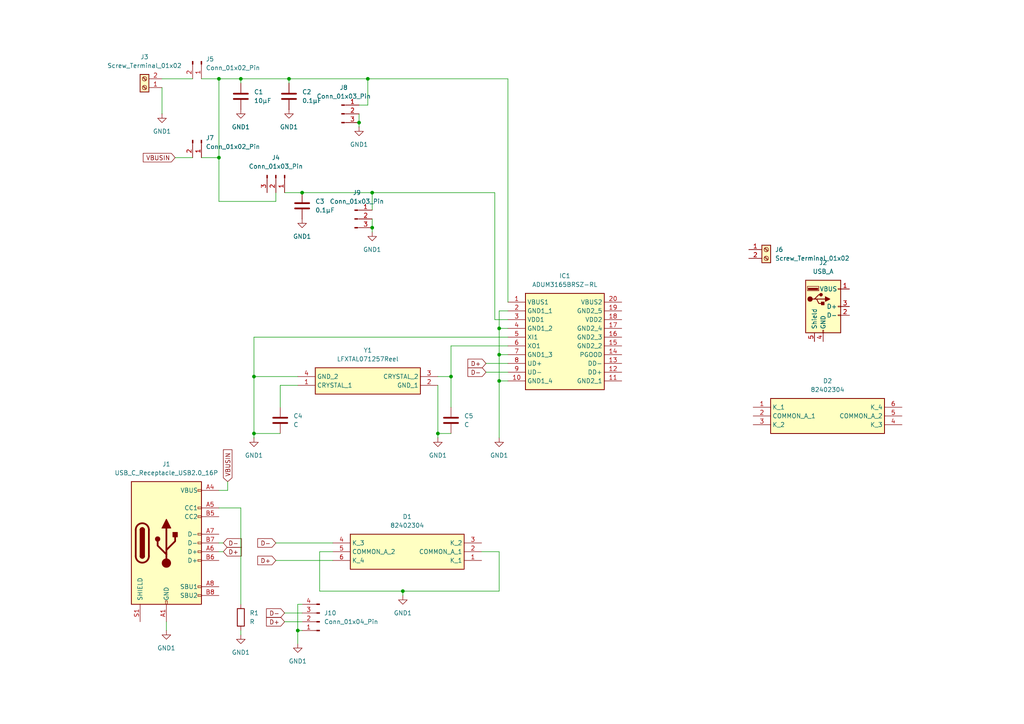
<source format=kicad_sch>
(kicad_sch (version 20231120) (generator "eeschema") (generator_version "8.0")
  (paper "A4")
  (lib_symbols
    (symbol "Connector:Conn_01x02_Pin" (pin_names (offset 1.016) hide)
      (property "Reference" "J" (at 0 2.54 0))
      (property "Value" "Conn_01x02_Pin" (at 0 -5.08 0))
      (symbol "Conn_01x02_Pin_1_1"
        (polyline (pts (xy 1.27 -2.54) (xy 0.8636 -2.54)) (stroke (width 0.1524)))
        (polyline (pts (xy 1.27 0) (xy 0.8636 0)) (stroke (width 0.1524)))
        (rectangle (start 0.8636 -2.413) (end 0 -2.667) (stroke (width 0.1524)) (fill (type outline)))
        (rectangle (start 0.8636 0.127) (end 0 -0.127) (stroke (width 0.1524)) (fill (type outline)))
        (pin passive line (at 5.08 0 180) (length 3.81) (name "Pin_1") (number "1"))
        (pin passive line (at 5.08 -2.54 180) (length 3.81) (name "Pin_2") (number "2"))
      )
    )
    (symbol "Connector:Conn_01x03_Pin" (pin_names (offset 1.016) hide)
      (property "Reference" "J" (at 0 5.08 0))
      (property "Value" "Conn_01x03_Pin" (at 0 -5.08 0))
      (symbol "Conn_01x03_Pin_1_1"
        (polyline (pts (xy 1.27 -2.54) (xy 0.8636 -2.54)) (stroke (width 0.1524)))
        (polyline (pts (xy 1.27 0) (xy 0.8636 0)) (stroke (width 0.1524)))
        (polyline (pts (xy 1.27 2.54) (xy 0.8636 2.54)) (stroke (width 0.1524)))
        (rectangle (start 0.8636 -2.413) (end 0 -2.667) (stroke (width 0.1524)) (fill (type outline)))
        (rectangle (start 0.8636 0.127) (end 0 -0.127) (stroke (width 0.1524)) (fill (type outline)))
        (rectangle (start 0.8636 2.667) (end 0 2.413) (stroke (width 0.1524)) (fill (type outline)))
        (pin passive line (at 5.08 2.54 180) (length 3.81) (name "Pin_1") (number "1"))
        (pin passive line (at 5.08 0 180) (length 3.81) (name "Pin_2") (number "2"))
        (pin passive line (at 5.08 -2.54 180) (length 3.81) (name "Pin_3") (number "3"))
      )
    )
    (symbol "Connector:Conn_01x04_Pin" (pin_names (offset 1.016) hide)
      (property "Reference" "J" (at 0 5.08 0))
      (property "Value" "Conn_01x04_Pin" (at 0 -7.62 0))
      (symbol "Conn_01x04_Pin_1_1"
        (polyline (pts (xy 1.27 -5.08) (xy 0.8636 -5.08)) (stroke (width 0.1524)))
        (polyline (pts (xy 1.27 -2.54) (xy 0.8636 -2.54)) (stroke (width 0.1524)))
        (polyline (pts (xy 1.27 0) (xy 0.8636 0)) (stroke (width 0.1524)))
        (polyline (pts (xy 1.27 2.54) (xy 0.8636 2.54)) (stroke (width 0.1524)))
        (rectangle (start 0.8636 -4.953) (end 0 -5.207) (stroke (width 0.1524)) (fill (type outline)))
        (rectangle (start 0.8636 -2.413) (end 0 -2.667) (stroke (width 0.1524)) (fill (type outline)))
        (rectangle (start 0.8636 0.127) (end 0 -0.127) (stroke (width 0.1524)) (fill (type outline)))
        (rectangle (start 0.8636 2.667) (end 0 2.413) (stroke (width 0.1524)) (fill (type outline)))
        (pin passive line (at 5.08 2.54 180) (length 3.81) (name "Pin_1") (number "1"))
        (pin passive line (at 5.08 0 180) (length 3.81) (name "Pin_2") (number "2"))
        (pin passive line (at 5.08 -2.54 180) (length 3.81) (name "Pin_3") (number "3"))
        (pin passive line (at 5.08 -5.08 180) (length 3.81) (name "Pin_4") (number "4"))
      )
    )
    (symbol "Connector:Screw_Terminal_01x02" (pin_names (offset 1.016) hide)
      (property "Reference" "J" (at 0 2.54 0))
      (property "Value" "Screw_Terminal_01x02" (at 0 -5.08 0))
      (symbol "Screw_Terminal_01x02_1_1"
        (rectangle (start -1.27 1.27) (end 1.27 -3.81) (stroke (width 0.254)) (fill (type background)))
        (circle (center 0 -2.54) (radius 0.635) (stroke (width 0.1524)))
        (polyline (pts (xy -0.5334 -2.2098) (xy 0.3302 -3.048)) (stroke (width 0.1524)))
        (polyline (pts (xy -0.5334 0.3302) (xy 0.3302 -0.508)) (stroke (width 0.1524)))
        (polyline (pts (xy -0.3556 -2.032) (xy 0.508 -2.8702)) (stroke (width 0.1524)))
        (polyline (pts (xy -0.3556 0.508) (xy 0.508 -0.3302)) (stroke (width 0.1524)))
        (circle (center 0 0) (radius 0.635) (stroke (width 0.1524)))
        (pin passive line (at -5.08 0 0) (length 3.81) (name "Pin_1") (number "1"))
        (pin passive line (at -5.08 -2.54 0) (length 3.81) (name "Pin_2") (number "2"))
      )
    )
    (symbol "Connector:USB_A" (pin_names (offset 1.016))
      (property "Reference" "J" (at -5.08 11.43 0))
      (property "Value" "USB_A" (at -5.08 8.89 0))
      (symbol "USB_A_0_1"
        (rectangle (start -5.08 -7.62) (end 5.08 7.62) (stroke (width 0.254)) (fill (type background)))
        (circle (center -3.81 2.159) (radius 0.635) (stroke (width 0.254)) (fill (type outline)))
        (rectangle (start -1.524 4.826) (end -4.318 5.334) (fill (type outline)))
        (rectangle (start -1.27 4.572) (end -4.572 5.842))
        (circle (center -0.635 3.429) (radius 0.381) (stroke (width 0.254)) (fill (type outline)))
        (rectangle (start -0.127 -7.62) (end 0.127 -6.858))
        (polyline (pts (xy -3.175 2.159) (xy -2.54 2.159) (xy -1.27 3.429) (xy -0.635 3.429)) (stroke (width 0.254)))
        (polyline (pts (xy -2.54 2.159) (xy -1.905 2.159) (xy -1.27 0.889) (xy 0 0.889)) (stroke (width 0.254)))
        (polyline (pts (xy 0.635 2.794) (xy 0.635 1.524) (xy 1.905 2.159) (xy 0.635 2.794)) (stroke (width 0.254)) (fill (type outline)))
        (rectangle (start 0.254 1.27) (end -0.508 0.508) (stroke (width 0.254)) (fill (type outline)))
        (rectangle (start 5.08 -2.667) (end 4.318 -2.413))
        (rectangle (start 5.08 -0.127) (end 4.318 0.127))
        (rectangle (start 5.08 4.953) (end 4.318 5.207))
      )
      (symbol "USB_A_1_1"
        (polyline (pts (xy -1.905 2.159) (xy 0.635 2.159)) (stroke (width 0.254)))
        (pin power_in line (at 7.62 5.08 180) (length 2.54) (name "VBUS") (number "1"))
        (pin bidirectional line (at 7.62 -2.54 180) (length 2.54) (name "D-") (number "2"))
        (pin bidirectional line (at 7.62 0 180) (length 2.54) (name "D+") (number "3"))
        (pin power_in line (at 0 -10.16 90) (length 2.54) (name "GND") (number "4"))
        (pin passive line (at -2.54 -10.16 90) (length 2.54) (name "Shield") (number "5"))
      )
    )
    (symbol "Connector:USB_C_Receptacle_USB2.0_16P" (pin_names (offset 1.016))
      (property "Reference" "J" (at 0 22.225 0))
      (property "Value" "USB_C_Receptacle_USB2.0_16P" (at 0 19.685 0))
      (symbol "USB_C_Receptacle_USB2.0_16P_0_0"
        (rectangle (start -0.254 -17.78) (end 0.254 -16.764))
        (rectangle (start 10.16 -14.986) (end 9.144 -15.494))
        (rectangle (start 10.16 -12.446) (end 9.144 -12.954))
        (rectangle (start 10.16 -4.826) (end 9.144 -5.334))
        (rectangle (start 10.16 -2.286) (end 9.144 -2.794))
        (rectangle (start 10.16 0.254) (end 9.144 -0.254))
        (rectangle (start 10.16 2.794) (end 9.144 2.286))
        (rectangle (start 10.16 7.874) (end 9.144 7.366))
        (rectangle (start 10.16 10.414) (end 9.144 9.906))
        (rectangle (start 10.16 15.494) (end 9.144 14.986))
      )
      (symbol "USB_C_Receptacle_USB2.0_16P_0_1"
        (rectangle (start -10.16 17.78) (end 10.16 -17.78) (stroke (width 0.254)) (fill (type background)))
        (arc (start -8.89 -3.81) (mid -6.985 -5.7067) (end -5.08 -3.81) (stroke (width 0.508)))
        (arc (start -7.62 -3.81) (mid -6.985 -4.4423) (end -6.35 -3.81) (stroke (width 0.254)))
        (arc (start -7.62 -3.81) (mid -6.985 -4.4423) (end -6.35 -3.81) (stroke (width 0.254)) (fill (type outline)))
        (rectangle (start -7.62 -3.81) (end -6.35 3.81) (stroke (width 0.254)) (fill (type outline)))
        (arc (start -6.35 3.81) (mid -6.985 4.4423) (end -7.62 3.81) (stroke (width 0.254)))
        (arc (start -6.35 3.81) (mid -6.985 4.4423) (end -7.62 3.81) (stroke (width 0.254)) (fill (type outline)))
        (arc (start -5.08 3.81) (mid -6.985 5.7067) (end -8.89 3.81) (stroke (width 0.508)))
        (circle (center -2.54 1.143) (radius 0.635) (stroke (width 0.254)) (fill (type outline)))
        (circle (center 0 -5.842) (radius 1.27) (fill (type outline)))
        (polyline (pts (xy -8.89 -3.81) (xy -8.89 3.81)) (stroke (width 0.508)))
        (polyline (pts (xy -5.08 3.81) (xy -5.08 -3.81)) (stroke (width 0.508)))
        (polyline (pts (xy 0 -5.842) (xy 0 4.318)) (stroke (width 0.508)))
        (polyline (pts (xy 0 -3.302) (xy -2.54 -0.762) (xy -2.54 0.508)) (stroke (width 0.508)))
        (polyline (pts (xy 0 -2.032) (xy 2.54 0.508) (xy 2.54 1.778)) (stroke (width 0.508)))
        (polyline (pts (xy -1.27 4.318) (xy 0 6.858) (xy 1.27 4.318) (xy -1.27 4.318)) (stroke (width 0.254)) (fill (type outline)))
        (rectangle (start 1.905 1.778) (end 3.175 3.048) (stroke (width 0.254)) (fill (type outline)))
      )
      (symbol "USB_C_Receptacle_USB2.0_16P_1_1"
        (pin passive line (at 0 -22.86 90) (length 5.08) (name "GND") (number "A1"))
        (pin passive line (at 0 -22.86 90) (length 5.08) hide (name "GND") (number "A12"))
        (pin passive line (at 15.24 15.24 180) (length 5.08) (name "VBUS") (number "A4"))
        (pin bidirectional line (at 15.24 10.16 180) (length 5.08) (name "CC1") (number "A5"))
        (pin bidirectional line (at 15.24 -2.54 180) (length 5.08) (name "D+") (number "A6"))
        (pin bidirectional line (at 15.24 2.54 180) (length 5.08) (name "D-") (number "A7"))
        (pin bidirectional line (at 15.24 -12.7 180) (length 5.08) (name "SBU1") (number "A8"))
        (pin passive line (at 15.24 15.24 180) (length 5.08) hide (name "VBUS") (number "A9"))
        (pin passive line (at 0 -22.86 90) (length 5.08) hide (name "GND") (number "B1"))
        (pin passive line (at 0 -22.86 90) (length 5.08) hide (name "GND") (number "B12"))
        (pin passive line (at 15.24 15.24 180) (length 5.08) hide (name "VBUS") (number "B4"))
        (pin bidirectional line (at 15.24 7.62 180) (length 5.08) (name "CC2") (number "B5"))
        (pin bidirectional line (at 15.24 -5.08 180) (length 5.08) (name "D+") (number "B6"))
        (pin bidirectional line (at 15.24 0 180) (length 5.08) (name "D-") (number "B7"))
        (pin bidirectional line (at 15.24 -15.24 180) (length 5.08) (name "SBU2") (number "B8"))
        (pin passive line (at 15.24 15.24 180) (length 5.08) hide (name "VBUS") (number "B9"))
        (pin passive line (at -7.62 -22.86 90) (length 5.08) (name "SHIELD") (number "S1"))
      )
    )
    (symbol "Device:C" (pin_numbers hide) (pin_names (offset 0.254))
      (property "Reference" "C" (at 0.635 2.54 0))
      (property "Value" "C" (at 0.635 -2.54 0))
      (symbol "C_0_1"
        (polyline (pts (xy -2.032 -0.762) (xy 2.032 -0.762)) (stroke (width 0.508)))
        (polyline (pts (xy -2.032 0.762) (xy 2.032 0.762)) (stroke (width 0.508)))
      )
      (symbol "C_1_1"
        (pin passive line (at 0 3.81 270) (length 2.794) (name "~") (number "1"))
        (pin passive line (at 0 -3.81 90) (length 2.794) (name "~") (number "2"))
      )
    )
    (symbol "Device:R" (pin_numbers hide) (pin_names (offset 0))
      (property "Reference" "R" (at 2.032 0 90))
      (property "Value" "R" (at 0 0 90))
      (symbol "R_0_1"
        (rectangle (start -1.016 -2.54) (end 1.016 2.54) (stroke (width 0.254)))
      )
      (symbol "R_1_1"
        (pin passive line (at 0 3.81 270) (length 1.27) (name "~") (number "1"))
        (pin passive line (at 0 -3.81 90) (length 1.27) (name "~") (number "2"))
      )
    )
    (symbol "SamacSys_Parts:82402304"
      (property "Reference" "D" (at 39.37 7.62 0))
      (property "Value" "82402304" (at 39.37 5.08 0))
      (symbol "82402304_1_1"
        (rectangle (start 5.08 2.54) (end 38.1 -7.62) (stroke (width 0.254)) (fill (type background)))
        (pin passive line (at 0 0 0) (length 5.08) (name "K_1") (number "1"))
        (pin passive line (at 0 -2.54 0) (length 5.08) (name "COMMON_A_1") (number "2"))
        (pin passive line (at 0 -5.08 0) (length 5.08) (name "K_2") (number "3"))
        (pin passive line (at 43.18 -5.08 180) (length 5.08) (name "K_3") (number "4"))
        (pin passive line (at 43.18 -2.54 180) (length 5.08) (name "COMMON_A_2") (number "5"))
        (pin passive line (at 43.18 0 180) (length 5.08) (name "K_4") (number "6"))
      )
    )
    (symbol "SamacSys_Parts:ADUM3165BRSZ-RL"
      (property "Reference" "IC" (at 29.21 7.62 0))
      (property "Value" "ADUM3165BRSZ-RL" (at 29.21 5.08 0))
      (symbol "ADUM3165BRSZ-RL_1_1"
        (rectangle (start 5.08 2.54) (end 27.94 -25.4) (stroke (width 0.254)) (fill (type background)))
        (pin passive line (at 0 0 0) (length 5.08) (name "VBUS1") (number "1"))
        (pin passive line (at 0 -22.86 0) (length 5.08) (name "GND1_4") (number "10"))
        (pin passive line (at 33.02 -22.86 180) (length 5.08) (name "GND2_1") (number "11"))
        (pin passive line (at 33.02 -20.32 180) (length 5.08) (name "DD+") (number "12"))
        (pin passive line (at 33.02 -17.78 180) (length 5.08) (name "DD-") (number "13"))
        (pin passive line (at 33.02 -15.24 180) (length 5.08) (name "PGOOD") (number "14"))
        (pin passive line (at 33.02 -12.7 180) (length 5.08) (name "GND2_2") (number "15"))
        (pin passive line (at 33.02 -10.16 180) (length 5.08) (name "GND2_3") (number "16"))
        (pin passive line (at 33.02 -7.62 180) (length 5.08) (name "GND2_4") (number "17"))
        (pin passive line (at 33.02 -5.08 180) (length 5.08) (name "VDD2") (number "18"))
        (pin passive line (at 33.02 -2.54 180) (length 5.08) (name "GND2_5") (number "19"))
        (pin passive line (at 0 -2.54 0) (length 5.08) (name "GND1_1") (number "2"))
        (pin passive line (at 33.02 0 180) (length 5.08) (name "VBUS2") (number "20"))
        (pin passive line (at 0 -5.08 0) (length 5.08) (name "VDD1") (number "3"))
        (pin passive line (at 0 -7.62 0) (length 5.08) (name "GND1_2") (number "4"))
        (pin passive line (at 0 -10.16 0) (length 5.08) (name "XI1") (number "5"))
        (pin passive line (at 0 -12.7 0) (length 5.08) (name "XO1") (number "6"))
        (pin passive line (at 0 -15.24 0) (length 5.08) (name "GND1_3") (number "7"))
        (pin passive line (at 0 -17.78 0) (length 5.08) (name "UD+") (number "8"))
        (pin passive line (at 0 -20.32 0) (length 5.08) (name "UD-") (number "9"))
      )
    )
    (symbol "SamacSys_Parts:LFXTAL071257Reel"
      (property "Reference" "Y" (at 36.83 7.62 0))
      (property "Value" "LFXTAL071257Reel" (at 36.83 5.08 0))
      (symbol "LFXTAL071257Reel_1_1"
        (rectangle (start 5.08 2.54) (end 35.56 -5.08) (stroke (width 0.254)) (fill (type background)))
        (pin passive line (at 0 -2.54 0) (length 5.08) (name "CRYSTAL_1") (number "1"))
        (pin passive line (at 40.64 -2.54 180) (length 5.08) (name "GND_1") (number "2"))
        (pin passive line (at 40.64 0 180) (length 5.08) (name "CRYSTAL_2") (number "3"))
        (pin passive line (at 0 0 0) (length 5.08) (name "GND_2") (number "4"))
      )
    )
    (symbol "power:GND1" (power) (pin_numbers hide) (pin_names (offset 0) hide)
      (property "Value" "GND1" (at 0 -3.81 0))
      (symbol "GND1_0_1"
        (polyline (pts (xy 0 0) (xy 0 -1.27) (xy 1.27 -1.27) (xy 0 -2.54) (xy -1.27 -1.27) (xy 0 -1.27)))
      )
      (symbol "GND1_1_1"
        (pin power_in line (at 0 0 270) (length 0) (name "~") (number "1"))
      )
    )
  )
  (junction (at 106.68 22.86))
  (junction (at 144.78 95.25))
  (junction (at 127 125.73))
  (junction (at 83.82 22.86))
  (junction (at 144.78 102.87))
  (junction (at 73.66 109.22))
  (junction (at 86.36 182.88))
  (junction (at 73.66 125.73))
  (junction (at 63.5 22.86))
  (junction (at 104.14 35.56))
  (junction (at 116.84 171.45))
  (junction (at 130.81 109.22))
  (junction (at 107.95 55.88))
  (junction (at 69.85 22.86))
  (junction (at 87.63 55.88))
  (junction (at 63.5 45.72))
  (junction (at 144.78 110.49))
  (junction (at 107.95 66.04))
  (wire (pts (xy 104.14 30.48) (xy 106.68 30.48)))
  (wire (pts (xy 86.36 175.26) (xy 86.36 182.88)))
  (wire (pts (xy 63.5 22.86) (xy 69.85 22.86)))
  (wire (pts (xy 139.7 160.02) (xy 144.78 160.02)))
  (wire (pts (xy 144.78 90.17) (xy 144.78 95.25)))
  (wire (pts (xy 58.42 45.72) (xy 63.5 45.72)))
  (wire (pts (xy 63.5 58.42) (xy 63.5 45.72)))
  (wire (pts (xy 107.95 66.04) (xy 107.95 67.31)))
  (wire (pts (xy 86.36 182.88) (xy 87.63 182.88)))
  (wire (pts (xy 92.71 171.45) (xy 116.84 171.45)))
  (wire (pts (xy 48.26 180.34) (xy 48.26 182.88)))
  (wire (pts (xy 86.36 175.26) (xy 87.63 175.26)))
  (wire (pts (xy 106.68 30.48) (xy 106.68 22.86)))
  (wire (pts (xy 46.99 25.4) (xy 46.99 33.02)))
  (wire (pts (xy 63.5 45.72) (xy 63.5 22.86)))
  (wire (pts (xy 82.55 180.34) (xy 87.63 180.34)))
  (wire (pts (xy 63.5 160.02) (xy 64.77 160.02)))
  (wire (pts (xy 86.36 109.22) (xy 73.66 109.22)))
  (wire (pts (xy 140.97 105.41) (xy 147.32 105.41)))
  (wire (pts (xy 83.82 24.13) (xy 83.82 22.86)))
  (wire (pts (xy 107.95 55.88) (xy 107.95 60.96)))
  (wire (pts (xy 147.32 22.86) (xy 106.68 22.86)))
  (wire (pts (xy 50.8 45.72) (xy 55.88 45.72)))
  (wire (pts (xy 104.14 35.56) (xy 104.14 36.83)))
  (wire (pts (xy 116.84 171.45) (xy 116.84 172.72)))
  (wire (pts (xy 127 111.76) (xy 127 125.73)))
  (wire (pts (xy 144.78 95.25) (xy 147.32 95.25)))
  (wire (pts (xy 144.78 110.49) (xy 147.32 110.49)))
  (wire (pts (xy 107.95 55.88) (xy 87.63 55.88)))
  (wire (pts (xy 66.04 139.7) (xy 66.04 142.24)))
  (wire (pts (xy 130.81 100.33) (xy 130.81 109.22)))
  (wire (pts (xy 80.01 157.48) (xy 96.52 157.48)))
  (wire (pts (xy 130.81 109.22) (xy 127 109.22)))
  (wire (pts (xy 147.32 97.79) (xy 73.66 97.79)))
  (wire (pts (xy 147.32 100.33) (xy 130.81 100.33)))
  (wire (pts (xy 82.55 177.8) (xy 87.63 177.8)))
  (wire (pts (xy 73.66 97.79) (xy 73.66 109.22)))
  (wire (pts (xy 130.81 118.11) (xy 130.81 109.22)))
  (wire (pts (xy 144.78 90.17) (xy 147.32 90.17)))
  (wire (pts (xy 104.14 33.02) (xy 104.14 35.56)))
  (wire (pts (xy 92.71 160.02) (xy 92.71 171.45)))
  (wire (pts (xy 66.04 142.24) (xy 63.5 142.24)))
  (wire (pts (xy 147.32 92.71) (xy 143.51 92.71)))
  (wire (pts (xy 69.85 182.88) (xy 69.85 184.15)))
  (wire (pts (xy 106.68 22.86) (xy 83.82 22.86)))
  (wire (pts (xy 144.78 102.87) (xy 147.32 102.87)))
  (wire (pts (xy 58.42 22.86) (xy 63.5 22.86)))
  (wire (pts (xy 73.66 109.22) (xy 73.66 125.73)))
  (wire (pts (xy 144.78 110.49) (xy 144.78 127)))
  (wire (pts (xy 46.99 22.86) (xy 55.88 22.86)))
  (wire (pts (xy 86.36 182.88) (xy 86.36 186.69)))
  (wire (pts (xy 127 125.73) (xy 130.81 125.73)))
  (wire (pts (xy 107.95 63.5) (xy 107.95 66.04)))
  (wire (pts (xy 143.51 55.88) (xy 107.95 55.88)))
  (wire (pts (xy 140.97 107.95) (xy 147.32 107.95)))
  (wire (pts (xy 144.78 95.25) (xy 144.78 102.87)))
  (wire (pts (xy 92.71 160.02) (xy 96.52 160.02)))
  (wire (pts (xy 144.78 160.02) (xy 144.78 171.45)))
  (wire (pts (xy 63.5 157.48) (xy 64.77 157.48)))
  (wire (pts (xy 144.78 102.87) (xy 144.78 110.49)))
  (wire (pts (xy 83.82 22.86) (xy 69.85 22.86)))
  (wire (pts (xy 81.28 111.76) (xy 81.28 118.11)))
  (wire (pts (xy 144.78 171.45) (xy 116.84 171.45)))
  (wire (pts (xy 80.01 55.88) (xy 80.01 58.42)))
  (wire (pts (xy 86.36 111.76) (xy 81.28 111.76)))
  (wire (pts (xy 73.66 125.73) (xy 73.66 127)))
  (wire (pts (xy 82.55 55.88) (xy 87.63 55.88)))
  (wire (pts (xy 69.85 147.32) (xy 63.5 147.32)))
  (wire (pts (xy 80.01 58.42) (xy 63.5 58.42)))
  (wire (pts (xy 69.85 175.26) (xy 69.85 147.32)))
  (wire (pts (xy 69.85 22.86) (xy 69.85 24.13)))
  (wire (pts (xy 147.32 87.63) (xy 147.32 22.86)))
  (wire (pts (xy 143.51 92.71) (xy 143.51 55.88)))
  (wire (pts (xy 73.66 125.73) (xy 81.28 125.73)))
  (wire (pts (xy 127 125.73) (xy 127 127)))
  (wire (pts (xy 80.01 162.56) (xy 96.52 162.56)))
  (global_label "D+" (shape input) (at 140.97 105.41 180) (property "Intersheetrefs" "${INTERSHEET_REFS}" (effects (hide yes))))
  (global_label "D-" (shape input) (at 80.01 157.48 180) (property "Intersheetrefs" "${INTERSHEET_REFS}" (effects (hide yes))))
  (global_label "D+" (shape input) (at 80.01 162.56 180) (property "Intersheetrefs" "${INTERSHEET_REFS}" (effects (hide yes))))
  (global_label "D+" (shape input) (at 64.77 160.02 0) (property "Intersheetrefs" "${INTERSHEET_REFS}" (effects (hide yes))))
  (global_label "D+" (shape input) (at 82.55 180.34 180) (property "Intersheetrefs" "${INTERSHEET_REFS}" (effects (hide yes))))
  (global_label "VBUSIN" (shape input) (at 50.8 45.72 180) (property "Intersheetrefs" "${INTERSHEET_REFS}" (effects (hide yes))))
  (global_label "D-" (shape input) (at 140.97 107.95 180) (property "Intersheetrefs" "${INTERSHEET_REFS}" (effects (hide yes))))
  (global_label "D-" (shape input) (at 82.55 177.8 180) (property "Intersheetrefs" "${INTERSHEET_REFS}" (effects (hide yes))))
  (global_label "D-" (shape input) (at 64.77 157.48 0) (property "Intersheetrefs" "${INTERSHEET_REFS}" (effects (hide yes))))
  (global_label "VBUSIN" (shape input) (at 66.04 139.7 90) (property "Intersheetrefs" "${INTERSHEET_REFS}" (effects (hide yes))))
  (symbol (lib_id "power:GND1") (at 116.84 172.72 0) (unit 1)
    (property "Reference" "#PWR012" (effects (hide yes)))
    (property "Value" "GND1" (at 116.84 177.8 0))
    (property "Description" "Power symbol creates a global label with name \"GND1\" , ground" (effects (hide yes)))
  )
  (symbol (lib_id "power:GND1") (at 127 127 0) (unit 1)
    (property "Reference" "#PWR08" (effects (hide yes)))
    (property "Value" "GND1" (at 127 132.08 0))
    (property "Description" "Power symbol creates a global label with name \"GND1\" , ground" (effects (hide yes)))
  )
  (symbol (lib_id "Device:C") (at 130.81 121.92 0) (unit 1)
    (property "Reference" "C5" (at 134.62 120.6499 0) (effects (justify left)))
    (property "Value" "C" (at 134.62 123.1899 0) (effects (justify left)))
    (property "Description" "Unpolarized capacitor" (effects (hide yes)))
  )
  (symbol (lib_id "power:GND1") (at 48.26 182.88 0) (unit 1)
    (property "Reference" "#PWR010" (effects (hide yes)))
    (property "Value" "GND1" (at 48.26 187.96 0))
    (property "Description" "Power symbol creates a global label with name \"GND1\" , ground" (effects (hide yes)))
  )
  (symbol (lib_id "power:GND1") (at 107.95 67.31 0) (unit 1)
    (property "Reference" "#PWR06" (effects (hide yes)))
    (property "Value" "GND1" (at 107.95 72.39 0))
    (property "Description" "Power symbol creates a global label with name \"GND1\" , ground" (effects (hide yes)))
  )
  (symbol (lib_id "SamacSys_Parts:82402304") (at 139.7 162.56 180) (unit 1)
    (property "Reference" "D1" (at 118.11 149.86 0))
    (property "Value" "82402304" (at 118.11 152.4 0))
    (property "Footprint" "SamacSys_Parts:SOT95P280X145-6N" (effects (hide yes)))
    (property "Datasheet" "https://componentsearchengine.com/Datasheets/1/82402304.pdf" (effects (hide yes)))
    (property "Description" "Wurth Elektronik 82402304 Quad Uni-Directional TVS Diode, 6-Pin SOT-23" (effects (hide yes)))
    (property "Height" "1.45" (effects (hide yes)))
    (property "Manufacturer_Name" "Wurth Elektronik" (effects (hide yes)))
    (property "Manufacturer_Part_Number" "82402304" (effects (hide yes)))
    (property "Mouser Part Number" "710-82402304" (effects (hide yes)))
    (property "Mouser Price/Stock" "https://www.mouser.co.uk/ProductDetail/Wurth-Elektronik/82402304?qs=2kOmHSv6VfQi0hzKSb09Ag%3D%3D" (effects (hide yes)))
  )
  (symbol (lib_id "Connector:Conn_01x02_Pin") (at 58.42 17.78 270) (unit 1)
    (property "Reference" "J5" (at 59.69 17.1449 90) (effects (justify left)))
    (property "Value" "Conn_01x02_Pin" (at 59.69 19.6849 90) (effects (justify left)))
    (property "Footprint" "Connector_PinHeader_2.54mm:PinHeader_1x02_P2.54mm_Vertical" (effects (hide yes)))
    (property "Description" "Generic connector, single row, 01x02, script generated" (effects (hide yes)))
  )
  (symbol (lib_id "power:GND1") (at 69.85 184.15 0) (unit 1)
    (property "Reference" "#PWR011" (effects (hide yes)))
    (property "Value" "GND1" (at 69.85 189.23 0))
    (property "Description" "Power symbol creates a global label with name \"GND1\" , ground" (effects (hide yes)))
  )
  (symbol (lib_id "SamacSys_Parts:LFXTAL071257Reel") (at 86.36 109.22 0) (unit 1)
    (property "Reference" "Y1" (at 106.68 101.6 0))
    (property "Value" "LFXTAL071257Reel" (at 106.68 104.14 0))
    (property "Footprint" "SamacSys_Parts:LFXTAL071257Reel" (effects (hide yes)))
    (property "Datasheet" "https://www.iqdfrequencyproducts.com/products/pn/LFXTAL071257Reel.pdf" (effects (hide yes)))
    (property "Description" "Crystals 24.0MHz AEC-Q200 2.0 x 1.6 x 0.5mm" (effects (hide yes)))
    (property "Height" "0.5" (effects (hide yes)))
    (property "Manufacturer_Name" "IQD" (effects (hide yes)))
    (property "Manufacturer_Part_Number" "LFXTAL071257Reel" (effects (hide yes)))
    (property "Mouser Part Number" "449-LFXTAL071257REEL" (effects (hide yes)))
    (property "Mouser Price/Stock" "https://www.mouser.co.uk/ProductDetail/IQD/LFXTAL071257Reel?qs=nFovR%252B4R4UNJEiCmxCmq2g%3D%3D" (effects (hide yes)))
  )
  (symbol (lib_id "Connector:Conn_01x03_Pin") (at 80.01 50.8 270) (unit 1)
    (property "Reference" "J4" (at 80.01 45.72 90))
    (property "Value" "Conn_01x03_Pin" (at 80.01 48.26 90))
    (property "Footprint" "Connector_PinHeader_2.54mm:PinHeader_1x03_P2.54mm_Vertical" (effects (hide yes)))
    (property "Description" "Generic connector, single row, 01x03, script generated" (effects (hide yes)))
  )
  (symbol (lib_id "power:GND1") (at 46.99 33.02 0) (unit 1)
    (property "Reference" "#PWR01" (effects (hide yes)))
    (property "Value" "GND1" (at 46.99 38.1 0))
    (property "Description" "Power symbol creates a global label with name \"GND1\" , ground" (effects (hide yes)))
  )
  (symbol (lib_id "Connector:Screw_Terminal_01x02") (at 222.25 72.39 0) (unit 1)
    (property "Reference" "J6" (at 224.79 72.3899 0) (effects (justify left)))
    (property "Value" "Screw_Terminal_01x02" (at 224.79 74.9299 0) (effects (justify left)))
    (property "Footprint" "TerminalBlock:TerminalBlock_bornier-2_P5.08mm" (effects (hide yes)))
    (property "Description" "Generic screw terminal, single row, 01x02, script generated (kicad-library-utils/schlib/autogen/connector/)" (effects (hide yes)))
  )
  (symbol (lib_id "power:GND1") (at 86.36 186.69 0) (unit 1)
    (property "Reference" "#PWR013" (effects (hide yes)))
    (property "Value" "GND1" (at 86.36 191.77 0))
    (property "Description" "Power symbol creates a global label with name \"GND1\" , ground" (effects (hide yes)))
  )
  (symbol (lib_id "Connector:Conn_01x02_Pin") (at 58.42 40.64 270) (unit 1)
    (property "Reference" "J7" (at 59.69 40.0049 90) (effects (justify left)))
    (property "Value" "Conn_01x02_Pin" (at 59.69 42.5449 90) (effects (justify left)))
    (property "Footprint" "Connector_PinHeader_2.54mm:PinHeader_1x02_P2.54mm_Vertical" (effects (hide yes)))
    (property "Description" "Generic connector, single row, 01x02, script generated" (effects (hide yes)))
  )
  (symbol (lib_id "power:GND1") (at 144.78 127 0) (unit 1)
    (property "Reference" "#PWR09" (effects (hide yes)))
    (property "Value" "GND1" (at 144.78 132.08 0))
    (property "Description" "Power symbol creates a global label with name \"GND1\" , ground" (effects (hide yes)))
  )
  (symbol (lib_id "SamacSys_Parts:ADUM3165BRSZ-RL") (at 147.32 87.63 0) (unit 1)
    (property "Reference" "IC1" (at 163.83 80.01 0))
    (property "Value" "ADUM3165BRSZ-RL" (at 163.83 82.55 0))
    (property "Footprint" "SamacSys_Parts:SOP65P780X200-20N" (effects (hide yes)))
    (property "Datasheet" "https://www.analog.com/ADUM3165/datasheet" (effects (hide yes)))
    (property "Description" "3.75 kV RMS Digital Isolators for Isolated USB 2.0 High, Full, and Low Speed" (effects (hide yes)))
    (property "Height" "2" (effects (hide yes)))
    (property "Manufacturer_Name" "Analog Devices" (effects (hide yes)))
    (property "Manufacturer_Part_Number" "ADUM3165BRSZ-RL" (effects (hide yes)))
    (property "Mouser Part Number" "584-ADUM3165BRSZ-RL" (effects (hide yes)))
    (property "Mouser Price/Stock" "https://www.mouser.co.uk/ProductDetail/Analog-Devices/ADUM3165BRSZ-RL?qs=tlsG%2FOw5FFgyQgjeBixfLQ%3D%3D" (effects (hide yes)))
    (property "Arrow Part Number" "ADUM3165BRSZ-RL" (effects (hide yes)))
    (property "Arrow Price/Stock" "https://www.arrow.com/en/products/adum3165brsz-rl/analog-devices?utm_currency=USD&region=nac" (effects (hide yes)))
  )
  (symbol (lib_id "power:GND1") (at 87.63 63.5 0) (unit 1)
    (property "Reference" "#PWR04" (effects (hide yes)))
    (property "Value" "GND1" (at 87.63 68.58 0))
    (property "Description" "Power symbol creates a global label with name \"GND1\" , ground" (effects (hide yes)))
  )
  (symbol (lib_id "Connector:Conn_01x03_Pin") (at 99.06 33.02 0) (unit 1)
    (property "Reference" "J8" (at 99.695 25.4 0))
    (property "Value" "Conn_01x03_Pin" (at 99.695 27.94 0))
    (property "Footprint" "Connector_PinHeader_2.54mm:PinHeader_1x03_P2.54mm_Vertical" (effects (hide yes)))
    (property "Description" "Generic connector, single row, 01x03, script generated" (effects (hide yes)))
  )
  (symbol (lib_id "Connector:Screw_Terminal_01x02") (at 41.91 25.4 180) (unit 1)
    (property "Reference" "J3" (at 41.91 16.51 0))
    (property "Value" "Screw_Terminal_01x02" (at 41.91 19.05 0))
    (property "Footprint" "TerminalBlock:TerminalBlock_bornier-2_P5.08mm" (effects (hide yes)))
    (property "Description" "Generic screw terminal, single row, 01x02, script generated (kicad-library-utils/schlib/autogen/connector/)" (effects (hide yes)))
  )
  (symbol (lib_id "power:GND1") (at 104.14 36.83 0) (unit 1)
    (property "Reference" "#PWR05" (effects (hide yes)))
    (property "Value" "GND1" (at 104.14 41.91 0))
    (property "Description" "Power symbol creates a global label with name \"GND1\" , ground" (effects (hide yes)))
  )
  (symbol (lib_id "Connector:Conn_01x04_Pin") (at 92.71 180.34 180) (unit 1)
    (property "Reference" "J10" (at 93.98 177.7999 0) (effects (justify right)))
    (property "Value" "Conn_01x04_Pin" (at 93.98 180.3399 0) (effects (justify right)))
    (property "Description" "Generic connector, single row, 01x04, script generated" (effects (hide yes)))
  )
  (symbol (lib_id "Connector:USB_C_Receptacle_USB2.0_16P") (at 48.26 157.48 0) (unit 1)
    (property "Reference" "J1" (at 48.26 134.62 0))
    (property "Value" "USB_C_Receptacle_USB2.0_16P" (at 48.26 137.16 0))
    (property "Footprint" "Connector_USB:USB_C_Receptacle_GCT_USB4105-xx-A_16P_TopMnt_Horizontal" (effects (hide yes)))
    (property "Datasheet" "https://www.usb.org/sites/default/files/documents/usb_type-c.zip" (effects (hide yes)))
    (property "Description" "USB 2.0-only 16P Type-C Receptacle connector" (effects (hide yes)))
  )
  (symbol (lib_id "Device:C") (at 87.63 59.69 0) (unit 1)
    (property "Reference" "C3" (at 91.44 58.4199 0) (effects (justify left)))
    (property "Value" "0.1μF" (at 91.44 60.9599 0) (effects (justify left)))
    (property "Description" "Unpolarized capacitor" (effects (hide yes)))
  )
  (symbol (lib_id "Device:C") (at 81.28 121.92 0) (unit 1)
    (property "Reference" "C4" (at 85.09 120.6499 0) (effects (justify left)))
    (property "Value" "C" (at 85.09 123.1899 0) (effects (justify left)))
    (property "Description" "Unpolarized capacitor" (effects (hide yes)))
  )
  (symbol (lib_id "power:GND1") (at 69.85 31.75 0) (unit 1)
    (property "Reference" "#PWR02" (effects (hide yes)))
    (property "Value" "GND1" (at 69.85 36.83 0))
    (property "Description" "Power symbol creates a global label with name \"GND1\" , ground" (effects (hide yes)))
  )
  (symbol (lib_id "Device:C") (at 83.82 27.94 0) (unit 1)
    (property "Reference" "C2" (at 87.63 26.6699 0) (effects (justify left)))
    (property "Value" "0.1μF" (at 87.63 29.2099 0) (effects (justify left)))
    (property "Description" "Unpolarized capacitor" (effects (hide yes)))
  )
  (symbol (lib_id "Device:C") (at 69.85 27.94 0) (unit 1)
    (property "Reference" "C1" (at 73.66 26.6699 0) (effects (justify left)))
    (property "Value" "10μF" (at 73.66 29.2099 0) (effects (justify left)))
    (property "Description" "Unpolarized capacitor" (effects (hide yes)))
  )
  (symbol (lib_id "Device:R") (at 69.85 179.07 0) (unit 1)
    (property "Reference" "R1" (at 72.39 177.7999 0) (effects (justify left)))
    (property "Value" "R" (at 72.39 180.3399 0) (effects (justify left)))
    (property "Description" "Resistor" (effects (hide yes)))
  )
  (symbol (lib_id "power:GND1") (at 73.66 127 0) (unit 1)
    (property "Reference" "#PWR07" (effects (hide yes)))
    (property "Value" "GND1" (at 73.66 132.08 0))
    (property "Description" "Power symbol creates a global label with name \"GND1\" , ground" (effects (hide yes)))
  )
  (symbol (lib_id "power:GND1") (at 83.82 31.75 0) (unit 1)
    (property "Reference" "#PWR03" (effects (hide yes)))
    (property "Value" "GND1" (at 83.82 36.83 0))
    (property "Description" "Power symbol creates a global label with name \"GND1\" , ground" (effects (hide yes)))
  )
  (symbol (lib_id "SamacSys_Parts:82402304") (at 218.44 118.11 0) (unit 1)
    (property "Reference" "D2" (at 240.03 110.49 0))
    (property "Value" "82402304" (at 240.03 113.03 0))
    (property "Footprint" "SamacSys_Parts:SOT95P280X145-6N" (effects (hide yes)))
    (property "Datasheet" "https://componentsearchengine.com/Datasheets/1/82402304.pdf" (effects (hide yes)))
    (property "Description" "Wurth Elektronik 82402304 Quad Uni-Directional TVS Diode, 6-Pin SOT-23" (effects (hide yes)))
    (property "Height" "1.45" (effects (hide yes)))
    (property "Manufacturer_Name" "Wurth Elektronik" (effects (hide yes)))
    (property "Manufacturer_Part_Number" "82402304" (effects (hide yes)))
    (property "Mouser Part Number" "710-82402304" (effects (hide yes)))
    (property "Mouser Price/Stock" "https://www.mouser.co.uk/ProductDetail/Wurth-Elektronik/82402304?qs=2kOmHSv6VfQi0hzKSb09Ag%3D%3D" (effects (hide yes)))
  )
  (symbol (lib_id "Connector:USB_A") (at 238.76 88.9 0) (unit 1)
    (property "Reference" "J2" (at 238.76 76.2 0))
    (property "Value" "USB_A" (at 238.76 78.74 0))
    (property "Footprint" "Connector_USB:USB_A_CONNFLY_DS1095-WNR0" (effects (hide yes)))
    (property "Description" "USB Type A connector" (effects (hide yes)))
  )
  (symbol (lib_id "Connector:Conn_01x03_Pin") (at 102.87 63.5 0) (unit 1)
    (property "Reference" "J9" (at 103.505 55.88 0))
    (property "Value" "Conn_01x03_Pin" (at 103.505 58.42 0))
    (property "Footprint" "Connector_PinHeader_2.54mm:PinHeader_1x03_P2.54mm_Vertical" (effects (hide yes)))
    (property "Description" "Generic connector, single row, 01x03, script generated" (effects (hide yes)))
  )
)
</source>
